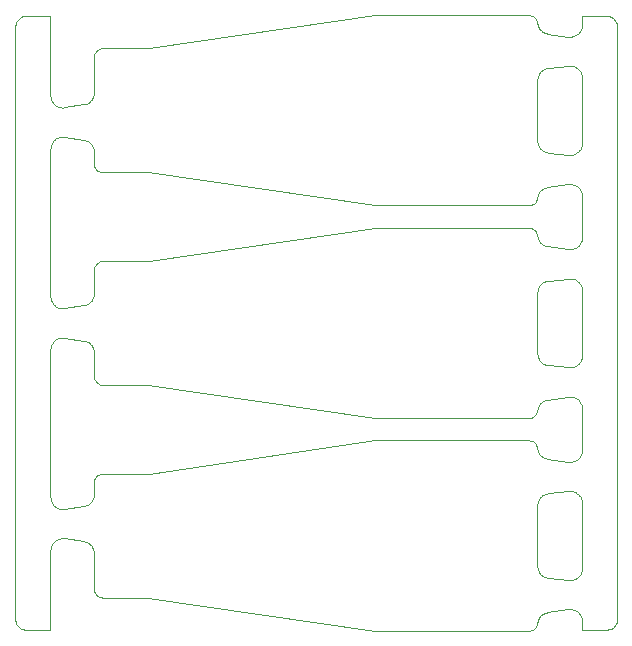
<source format=gko>
%MOIN*%
%OFA0B0*%
%FSLAX44Y44*%
%IPPOS*%
%LPD*%
%ADD10C,0*%
D10*
X00018897Y00004237D02*
X00018897Y00004237D01*
X00018897Y00002061D01*
X00018896Y00002028D01*
X00018892Y00001995D01*
X00018885Y00001963D01*
X00018875Y00001931D01*
X00018863Y00001901D01*
X00018848Y00001871D01*
X00018831Y00001843D01*
X00018812Y00001816D01*
X00018790Y00001791D01*
X00018767Y00001768D01*
X00018741Y00001747D01*
X00018714Y00001729D01*
X00018686Y00001712D01*
X00018656Y00001698D01*
X00018625Y00001687D01*
X00018593Y00001678D01*
X00018561Y00001671D01*
X00018528Y00001668D01*
X00018495Y00001667D01*
X00018462Y00001669D01*
X00017765Y00001743D01*
X00017737Y00001747D01*
X00017709Y00001753D01*
X00017681Y00001761D01*
X00017654Y00001771D01*
X00017628Y00001783D01*
X00017603Y00001797D01*
X00017579Y00001813D01*
X00017556Y00001831D01*
X00017534Y00001850D01*
X00017514Y00001871D01*
X00017495Y00001893D01*
X00017479Y00001916D01*
X00017464Y00001941D01*
X00017450Y00001967D01*
X00017439Y00001993D01*
X00017430Y00002020D01*
X00017422Y00002048D01*
X00017417Y00002077D01*
X00017414Y00002105D01*
X00017413Y00002134D01*
X00017413Y00004164D01*
X00017414Y00004193D01*
X00017417Y00004221D01*
X00017422Y00004250D01*
X00017430Y00004278D01*
X00017439Y00004305D01*
X00017450Y00004332D01*
X00017464Y00004357D01*
X00017479Y00004382D01*
X00017495Y00004405D01*
X00017514Y00004427D01*
X00017534Y00004448D01*
X00017556Y00004467D01*
X00017579Y00004485D01*
X00017603Y00004501D01*
X00017628Y00004515D01*
X00017654Y00004527D01*
X00017681Y00004537D01*
X00017709Y00004545D01*
X00017737Y00004551D01*
X00017765Y00004556D01*
X00018462Y00004629D01*
X00018495Y00004631D01*
X00018528Y00004630D01*
X00018561Y00004627D01*
X00018593Y00004621D01*
X00018625Y00004612D01*
X00018656Y00004600D01*
X00018686Y00004586D01*
X00018714Y00004570D01*
X00018741Y00004551D01*
X00018767Y00004530D01*
X00018790Y00004507D01*
X00018812Y00004482D01*
X00018831Y00004455D01*
X00018848Y00004427D01*
X00018863Y00004397D01*
X00018875Y00004367D01*
X00018885Y00004335D01*
X00018892Y00004303D01*
X00018896Y00004270D01*
X00018897Y00004237D01*
X00017409Y00020242D02*
X00017409Y00020242D01*
X00017409Y00020243D01*
X00017398Y00020288D01*
X00017381Y00020330D01*
X00017356Y00020370D01*
X00017326Y00020405D01*
X00017291Y00020435D01*
X00017252Y00020459D01*
X00017209Y00020477D01*
X00017164Y00020488D01*
X00017118Y00020492D01*
X00011988Y00020492D01*
X00004448Y00019389D01*
X00002923Y00019389D01*
X00002877Y00019386D01*
X00002831Y00019375D01*
X00002789Y00019357D01*
X00002749Y00019333D01*
X00002714Y00019303D01*
X00002684Y00019268D01*
X00002660Y00019228D01*
X00002642Y00019185D01*
X00002631Y00019140D01*
X00002627Y00019094D01*
X00002627Y00017908D01*
X00002626Y00017881D01*
X00002623Y00017853D01*
X00002619Y00017825D01*
X00002612Y00017798D01*
X00002603Y00017772D01*
X00002592Y00017746D01*
X00002580Y00017721D01*
X00002566Y00017697D01*
X00002550Y00017674D01*
X00002532Y00017652D01*
X00002513Y00017631D01*
X00002493Y00017612D01*
X00002471Y00017594D01*
X00002448Y00017578D01*
X00002424Y00017564D01*
X00002399Y00017551D01*
X00002374Y00017540D01*
X00002347Y00017531D01*
X00002320Y00017524D01*
X00002293Y00017519D01*
X00001633Y00017420D01*
X00001599Y00017416D01*
X00001566Y00017415D01*
X00001532Y00017418D01*
X00001498Y00017423D01*
X00001465Y00017431D01*
X00001433Y00017441D01*
X00001402Y00017455D01*
X00001372Y00017471D01*
X00001344Y00017490D01*
X00001318Y00017511D01*
X00001293Y00017534D01*
X00001270Y00017559D01*
X00001250Y00017586D01*
X00001232Y00017615D01*
X00001216Y00017645D01*
X00001204Y00017676D01*
X00001194Y00017708D01*
X00001186Y00017742D01*
X00001182Y00017775D01*
X00001181Y00017809D01*
X00001181Y00020472D01*
X00000393Y00020472D01*
X00000332Y00020467D01*
X00000272Y00020453D01*
X00000214Y00020429D01*
X00000162Y00020397D01*
X00000115Y00020357D01*
X00000075Y00020310D01*
X00000042Y00020257D01*
X00000019Y00020200D01*
X00000004Y00020140D01*
X00000000Y00020078D01*
X00000000Y00000393D01*
X00000004Y00000332D01*
X00000019Y00000272D01*
X00000042Y00000214D01*
X00000075Y00000162D01*
X00000115Y00000115D01*
X00000162Y00000075D01*
X00000214Y00000042D01*
X00000272Y00000019D01*
X00000332Y00000004D01*
X00000393Y00000000D01*
X00001181Y00000000D01*
X00001181Y00002662D01*
X00001182Y00002696D01*
X00001186Y00002730D01*
X00001194Y00002763D01*
X00001204Y00002795D01*
X00001216Y00002827D01*
X00001232Y00002857D01*
X00001250Y00002885D01*
X00001270Y00002913D01*
X00001293Y00002938D01*
X00001318Y00002961D01*
X00001344Y00002982D01*
X00001372Y00003000D01*
X00001402Y00003017D01*
X00001433Y00003030D01*
X00001465Y00003041D01*
X00001498Y00003049D01*
X00001532Y00003054D01*
X00001566Y00003056D01*
X00001599Y00003055D01*
X00001633Y00003052D01*
X00002293Y00002952D01*
X00002320Y00002947D01*
X00002347Y00002940D01*
X00002374Y00002931D01*
X00002399Y00002920D01*
X00002424Y00002907D01*
X00002448Y00002893D01*
X00002471Y00002877D01*
X00002493Y00002859D01*
X00002513Y00002840D01*
X00002532Y00002820D01*
X00002550Y00002798D01*
X00002566Y00002775D01*
X00002580Y00002751D01*
X00002592Y00002726D01*
X00002603Y00002700D01*
X00002612Y00002673D01*
X00002619Y00002646D01*
X00002623Y00002619D01*
X00002626Y00002591D01*
X00002627Y00002563D01*
X00002627Y00001377D01*
X00002631Y00001331D01*
X00002642Y00001286D01*
X00002660Y00001243D01*
X00002684Y00001204D01*
X00002714Y00001169D01*
X00002749Y00001139D01*
X00002789Y00001114D01*
X00002831Y00001097D01*
X00002877Y00001086D01*
X00002923Y00001082D01*
X00004438Y00001082D01*
X00012007Y-00000019D01*
X00017118Y-00000019D01*
X00017164Y-00000016D01*
X00017209Y-00000005D01*
X00017252Y00000012D01*
X00017291Y00000036D01*
X00017326Y00000066D01*
X00017356Y00000102D01*
X00017381Y00000141D01*
X00017398Y00000184D01*
X00017409Y00000229D01*
X00017409Y00000230D01*
X00017409Y00000230D01*
X00017412Y00000256D01*
X00017417Y00000282D01*
X00017424Y00000308D01*
X00017432Y00000333D01*
X00017442Y00000358D01*
X00017453Y00000382D01*
X00017466Y00000405D01*
X00017481Y00000427D01*
X00017497Y00000448D01*
X00017514Y00000468D01*
X00017533Y00000487D01*
X00017553Y00000504D01*
X00017574Y00000520D01*
X00017597Y00000535D01*
X00017620Y00000548D01*
X00017644Y00000559D01*
X00017668Y00000569D01*
X00017694Y00000577D01*
X00017719Y00000584D01*
X00017745Y00000588D01*
X00018447Y00000690D01*
X00018481Y00000693D01*
X00018514Y00000694D01*
X00018548Y00000691D01*
X00018581Y00000686D01*
X00018614Y00000678D01*
X00018646Y00000667D01*
X00018677Y00000654D01*
X00018707Y00000638D01*
X00018735Y00000619D01*
X00018761Y00000598D01*
X00018786Y00000575D01*
X00018808Y00000550D01*
X00018828Y00000523D01*
X00018846Y00000494D01*
X00018862Y00000464D01*
X00018874Y00000433D01*
X00018884Y00000400D01*
X00018891Y00000367D01*
X00018896Y00000334D01*
X00018897Y00000300D01*
X00018897Y00000300D01*
X00018897Y00000000D01*
X00019685Y00000000D01*
X00019746Y00000004D01*
X00019806Y00000019D01*
X00019863Y00000042D01*
X00019916Y00000075D01*
X00019963Y00000115D01*
X00020003Y00000162D01*
X00020035Y00000214D01*
X00020059Y00000272D01*
X00020073Y00000332D01*
X00020078Y00000393D01*
X00020078Y00020078D01*
X00020073Y00020140D01*
X00020059Y00020200D01*
X00020035Y00020257D01*
X00020003Y00020310D01*
X00019963Y00020357D01*
X00019916Y00020397D01*
X00019863Y00020429D01*
X00019806Y00020453D01*
X00019746Y00020467D01*
X00019685Y00020472D01*
X00018897Y00020472D01*
X00018897Y00020171D01*
X00018896Y00020137D01*
X00018891Y00020104D01*
X00018884Y00020071D01*
X00018874Y00020039D01*
X00018862Y00020008D01*
X00018846Y00019977D01*
X00018828Y00019949D01*
X00018808Y00019922D01*
X00018786Y00019897D01*
X00018761Y00019874D01*
X00018735Y00019853D01*
X00018707Y00019834D01*
X00018677Y00019818D01*
X00018646Y00019804D01*
X00018614Y00019793D01*
X00018581Y00019785D01*
X00018548Y00019780D01*
X00018514Y00019778D01*
X00018481Y00019778D01*
X00018447Y00019782D01*
X00017745Y00019883D01*
X00017719Y00019888D01*
X00017694Y00019894D01*
X00017668Y00019902D01*
X00017644Y00019912D01*
X00017620Y00019924D01*
X00017597Y00019937D01*
X00017574Y00019951D01*
X00017553Y00019967D01*
X00017533Y00019985D01*
X00017514Y00020004D01*
X00017497Y00020024D01*
X00017481Y00020045D01*
X00017466Y00020067D01*
X00017453Y00020090D01*
X00017442Y00020114D01*
X00017432Y00020138D01*
X00017424Y00020164D01*
X00017417Y00020189D01*
X00017412Y00020215D01*
X00017409Y00020242D01*
X00018897Y00005998D02*
X00018897Y00005998D01*
X00018896Y00005964D01*
X00018891Y00005931D01*
X00018884Y00005898D01*
X00018874Y00005866D01*
X00018862Y00005834D01*
X00018846Y00005804D01*
X00018828Y00005776D01*
X00018808Y00005749D01*
X00018786Y00005723D01*
X00018761Y00005700D01*
X00018735Y00005679D01*
X00018707Y00005661D01*
X00018677Y00005645D01*
X00018646Y00005631D01*
X00018614Y00005620D01*
X00018581Y00005612D01*
X00018548Y00005607D01*
X00018514Y00005604D01*
X00018481Y00005605D01*
X00018447Y00005608D01*
X00017745Y00005710D01*
X00017719Y00005715D01*
X00017694Y00005721D01*
X00017668Y00005729D01*
X00017644Y00005739D01*
X00017620Y00005750D01*
X00017597Y00005763D01*
X00017574Y00005778D01*
X00017553Y00005794D01*
X00017533Y00005812D01*
X00017514Y00005830D01*
X00017497Y00005850D01*
X00017481Y00005871D01*
X00017466Y00005894D01*
X00017453Y00005917D01*
X00017442Y00005941D01*
X00017432Y00005965D01*
X00017424Y00005990D01*
X00017417Y00006016D01*
X00017412Y00006042D01*
X00017409Y00006069D01*
X00017409Y00006069D01*
X00017398Y00006114D01*
X00017381Y00006157D01*
X00017356Y00006197D01*
X00017326Y00006232D01*
X00017291Y00006262D01*
X00017252Y00006286D01*
X00017209Y00006304D01*
X00017164Y00006315D01*
X00017118Y00006318D01*
X00011988Y00006318D01*
X00004448Y00005216D01*
X00002923Y00005216D01*
X00002877Y00005212D01*
X00002831Y00005202D01*
X00002789Y00005184D01*
X00002749Y00005160D01*
X00002714Y00005130D01*
X00002684Y00005094D01*
X00002660Y00005055D01*
X00002642Y00005012D01*
X00002631Y00004967D01*
X00002627Y00004921D01*
X00002627Y00004523D01*
X00002626Y00004495D01*
X00002623Y00004467D01*
X00002619Y00004439D01*
X00002612Y00004412D01*
X00002603Y00004386D01*
X00002592Y00004360D01*
X00002580Y00004335D01*
X00002566Y00004311D01*
X00002550Y00004288D01*
X00002532Y00004266D01*
X00002513Y00004245D01*
X00002493Y00004226D01*
X00002471Y00004209D01*
X00002448Y00004193D01*
X00002424Y00004178D01*
X00002399Y00004165D01*
X00002374Y00004155D01*
X00002347Y00004146D01*
X00002320Y00004139D01*
X00002293Y00004133D01*
X00001633Y00004034D01*
X00001599Y00004030D01*
X00001566Y00004030D01*
X00001532Y00004032D01*
X00001498Y00004037D01*
X00001465Y00004045D01*
X00001433Y00004056D01*
X00001402Y00004069D01*
X00001372Y00004085D01*
X00001344Y00004104D01*
X00001318Y00004125D01*
X00001293Y00004148D01*
X00001270Y00004173D01*
X00001250Y00004200D01*
X00001232Y00004229D01*
X00001216Y00004259D01*
X00001204Y00004290D01*
X00001194Y00004323D01*
X00001186Y00004356D01*
X00001182Y00004389D01*
X00001181Y00004423D01*
X00001181Y00009355D01*
X00001182Y00009389D01*
X00001186Y00009423D01*
X00001194Y00009456D01*
X00001204Y00009488D01*
X00001216Y00009520D01*
X00001232Y00009550D01*
X00001250Y00009578D01*
X00001270Y00009605D01*
X00001293Y00009631D01*
X00001318Y00009654D01*
X00001344Y00009675D01*
X00001372Y00009693D01*
X00001402Y00009709D01*
X00001433Y00009723D01*
X00001465Y00009734D01*
X00001498Y00009742D01*
X00001532Y00009747D01*
X00001566Y00009749D01*
X00001599Y00009748D01*
X00001633Y00009745D01*
X00002293Y00009645D01*
X00002320Y00009640D01*
X00002347Y00009633D01*
X00002374Y00009624D01*
X00002399Y00009613D01*
X00002424Y00009600D01*
X00002448Y00009586D01*
X00002471Y00009570D01*
X00002493Y00009552D01*
X00002513Y00009533D01*
X00002532Y00009513D01*
X00002550Y00009491D01*
X00002566Y00009468D01*
X00002580Y00009444D01*
X00002592Y00009419D01*
X00002603Y00009393D01*
X00002612Y00009366D01*
X00002619Y00009339D01*
X00002623Y00009312D01*
X00002626Y00009284D01*
X00002627Y00009256D01*
X00002627Y00008464D01*
X00002631Y00008418D01*
X00002642Y00008373D01*
X00002660Y00008330D01*
X00002684Y00008291D01*
X00002714Y00008255D01*
X00002749Y00008225D01*
X00002789Y00008201D01*
X00002831Y00008183D01*
X00002877Y00008172D01*
X00002923Y00008169D01*
X00004438Y00008169D01*
X00012007Y00007066D01*
X00017118Y00007066D01*
X00017164Y00007070D01*
X00017209Y00007081D01*
X00017252Y00007099D01*
X00017291Y00007123D01*
X00017326Y00007153D01*
X00017356Y00007188D01*
X00017381Y00007228D01*
X00017398Y00007270D01*
X00017409Y00007316D01*
X00017409Y00007316D01*
X00017412Y00007343D01*
X00017417Y00007369D01*
X00017424Y00007394D01*
X00017432Y00007420D01*
X00017442Y00007444D01*
X00017453Y00007468D01*
X00017466Y00007491D01*
X00017481Y00007513D01*
X00017497Y00007535D01*
X00017514Y00007555D01*
X00017533Y00007573D01*
X00017553Y00007591D01*
X00017574Y00007607D01*
X00017597Y00007621D01*
X00017620Y00007634D01*
X00017644Y00007646D01*
X00017668Y00007656D01*
X00017694Y00007664D01*
X00017719Y00007670D01*
X00017745Y00007675D01*
X00018447Y00007777D01*
X00018481Y00007780D01*
X00018514Y00007780D01*
X00018548Y00007778D01*
X00018581Y00007773D01*
X00018614Y00007765D01*
X00018646Y00007754D01*
X00018677Y00007740D01*
X00018707Y00007724D01*
X00018735Y00007706D01*
X00018761Y00007685D01*
X00018786Y00007661D01*
X00018808Y00007636D01*
X00018828Y00007609D01*
X00018846Y00007581D01*
X00018862Y00007551D01*
X00018874Y00007519D01*
X00018884Y00007487D01*
X00018891Y00007454D01*
X00018896Y00007421D01*
X00018897Y00007387D01*
X00018897Y00005998D01*
X00017413Y00011251D02*
X00017413Y00011251D01*
X00017414Y00011279D01*
X00017417Y00011308D01*
X00017422Y00011336D01*
X00017430Y00011364D01*
X00017439Y00011392D01*
X00017450Y00011418D01*
X00017464Y00011444D01*
X00017479Y00011468D01*
X00017495Y00011492D01*
X00017514Y00011514D01*
X00017534Y00011535D01*
X00017556Y00011554D01*
X00017579Y00011572D01*
X00017603Y00011587D01*
X00017628Y00011601D01*
X00017654Y00011614D01*
X00017681Y00011624D01*
X00017709Y00011632D01*
X00017737Y00011638D01*
X00017765Y00011642D01*
X00018462Y00011715D01*
X00018495Y00011717D01*
X00018528Y00011717D01*
X00018561Y00011713D01*
X00018593Y00011707D01*
X00018625Y00011698D01*
X00018656Y00011687D01*
X00018686Y00011673D01*
X00018714Y00011656D01*
X00018741Y00011637D01*
X00018767Y00011616D01*
X00018790Y00011593D01*
X00018812Y00011568D01*
X00018831Y00011542D01*
X00018848Y00011514D01*
X00018863Y00011484D01*
X00018875Y00011453D01*
X00018885Y00011422D01*
X00018892Y00011390D01*
X00018896Y00011357D01*
X00018897Y00011324D01*
X00018897Y00009148D01*
X00018896Y00009115D01*
X00018892Y00009082D01*
X00018885Y00009050D01*
X00018875Y00009018D01*
X00018863Y00008987D01*
X00018848Y00008958D01*
X00018831Y00008930D01*
X00018812Y00008903D01*
X00018790Y00008878D01*
X00018767Y00008855D01*
X00018741Y00008834D01*
X00018714Y00008815D01*
X00018686Y00008799D01*
X00018656Y00008785D01*
X00018625Y00008773D01*
X00018593Y00008764D01*
X00018561Y00008758D01*
X00018528Y00008755D01*
X00018495Y00008754D01*
X00018462Y00008756D01*
X00017765Y00008829D01*
X00017737Y00008833D01*
X00017709Y00008840D01*
X00017681Y00008848D01*
X00017654Y00008858D01*
X00017628Y00008870D01*
X00017603Y00008884D01*
X00017579Y00008900D01*
X00017556Y00008917D01*
X00017534Y00008937D01*
X00017514Y00008957D01*
X00017495Y00008980D01*
X00017479Y00009003D01*
X00017464Y00009028D01*
X00017450Y00009053D01*
X00017439Y00009080D01*
X00017430Y00009107D01*
X00017422Y00009135D01*
X00017417Y00009163D01*
X00017414Y00009192D01*
X00017413Y00009221D01*
X00017413Y00011251D01*
X00017413Y00018337D02*
X00017413Y00018337D01*
X00017414Y00018366D01*
X00017417Y00018395D01*
X00017422Y00018423D01*
X00017430Y00018451D01*
X00017439Y00018478D01*
X00017450Y00018505D01*
X00017464Y00018530D01*
X00017479Y00018555D01*
X00017495Y00018579D01*
X00017514Y00018601D01*
X00017534Y00018621D01*
X00017556Y00018641D01*
X00017579Y00018658D01*
X00017603Y00018674D01*
X00017628Y00018688D01*
X00017654Y00018700D01*
X00017681Y00018710D01*
X00017709Y00018719D01*
X00017737Y00018725D01*
X00017765Y00018729D01*
X00018462Y00018802D01*
X00018495Y00018804D01*
X00018528Y00018803D01*
X00018561Y00018800D01*
X00018593Y00018794D01*
X00018625Y00018785D01*
X00018656Y00018773D01*
X00018686Y00018759D01*
X00018714Y00018743D01*
X00018741Y00018724D01*
X00018767Y00018703D01*
X00018790Y00018680D01*
X00018812Y00018655D01*
X00018831Y00018628D01*
X00018848Y00018600D01*
X00018863Y00018571D01*
X00018875Y00018540D01*
X00018885Y00018508D01*
X00018892Y00018476D01*
X00018896Y00018443D01*
X00018897Y00018410D01*
X00018897Y00016234D01*
X00018896Y00016201D01*
X00018892Y00016169D01*
X00018885Y00016136D01*
X00018875Y00016105D01*
X00018863Y00016074D01*
X00018848Y00016044D01*
X00018831Y00016016D01*
X00018812Y00015990D01*
X00018790Y00015965D01*
X00018767Y00015942D01*
X00018741Y00015921D01*
X00018714Y00015902D01*
X00018686Y00015885D01*
X00018656Y00015871D01*
X00018625Y00015860D01*
X00018593Y00015851D01*
X00018561Y00015845D01*
X00018528Y00015841D01*
X00018495Y00015841D01*
X00018462Y00015843D01*
X00017765Y00015916D01*
X00017737Y00015920D01*
X00017709Y00015926D01*
X00017681Y00015934D01*
X00017654Y00015945D01*
X00017628Y00015957D01*
X00017603Y00015971D01*
X00017579Y00015987D01*
X00017556Y00016004D01*
X00017534Y00016023D01*
X00017514Y00016044D01*
X00017495Y00016066D01*
X00017479Y00016090D01*
X00017464Y00016114D01*
X00017450Y00016140D01*
X00017439Y00016166D01*
X00017430Y00016194D01*
X00017422Y00016222D01*
X00017417Y00016250D01*
X00017414Y00016279D01*
X00017413Y00016307D01*
X00017413Y00018337D01*
X00001181Y00016048D02*
X00001181Y00016048D01*
X00001182Y00016082D01*
X00001186Y00016116D01*
X00001194Y00016149D01*
X00001204Y00016181D01*
X00001216Y00016212D01*
X00001232Y00016243D01*
X00001250Y00016271D01*
X00001270Y00016298D01*
X00001293Y00016324D01*
X00001318Y00016347D01*
X00001344Y00016368D01*
X00001372Y00016386D01*
X00001402Y00016402D01*
X00001433Y00016416D01*
X00001465Y00016427D01*
X00001498Y00016435D01*
X00001532Y00016440D01*
X00001566Y00016442D01*
X00001599Y00016441D01*
X00001633Y00016438D01*
X00002293Y00016338D01*
X00002320Y00016333D01*
X00002347Y00016326D01*
X00002374Y00016317D01*
X00002399Y00016306D01*
X00002424Y00016293D01*
X00002448Y00016279D01*
X00002471Y00016263D01*
X00002493Y00016245D01*
X00002513Y00016226D01*
X00002532Y00016206D01*
X00002550Y00016184D01*
X00002566Y00016161D01*
X00002580Y00016137D01*
X00002592Y00016112D01*
X00002603Y00016086D01*
X00002612Y00016059D01*
X00002619Y00016032D01*
X00002623Y00016005D01*
X00002626Y00015977D01*
X00002627Y00015949D01*
X00002627Y00015551D01*
X00002631Y00015504D01*
X00002642Y00015459D01*
X00002660Y00015417D01*
X00002684Y00015377D01*
X00002714Y00015342D01*
X00002749Y00015312D01*
X00002789Y00015288D01*
X00002831Y00015270D01*
X00002877Y00015259D01*
X00002923Y00015255D01*
X00004438Y00015255D01*
X00012007Y00014153D01*
X00017118Y00014153D01*
X00017164Y00014157D01*
X00017209Y00014167D01*
X00017252Y00014185D01*
X00017291Y00014209D01*
X00017326Y00014240D01*
X00017356Y00014275D01*
X00017381Y00014314D01*
X00017398Y00014357D01*
X00017409Y00014402D01*
X00017409Y00014403D01*
X00017412Y00014429D01*
X00017417Y00014455D01*
X00017424Y00014481D01*
X00017432Y00014506D01*
X00017442Y00014531D01*
X00017453Y00014555D01*
X00017466Y00014578D01*
X00017481Y00014600D01*
X00017497Y00014621D01*
X00017514Y00014641D01*
X00017533Y00014660D01*
X00017553Y00014677D01*
X00017574Y00014693D01*
X00017597Y00014708D01*
X00017620Y00014721D01*
X00017644Y00014732D01*
X00017668Y00014742D01*
X00017694Y00014750D01*
X00017719Y00014757D01*
X00017745Y00014762D01*
X00018447Y00014863D01*
X00018481Y00014867D01*
X00018514Y00014867D01*
X00018548Y00014865D01*
X00018581Y00014859D01*
X00018614Y00014851D01*
X00018646Y00014840D01*
X00018677Y00014827D01*
X00018707Y00014811D01*
X00018735Y00014792D01*
X00018761Y00014771D01*
X00018786Y00014748D01*
X00018808Y00014723D01*
X00018828Y00014696D01*
X00018846Y00014667D01*
X00018862Y00014637D01*
X00018874Y00014606D01*
X00018884Y00014574D01*
X00018891Y00014541D01*
X00018896Y00014507D01*
X00018897Y00014473D01*
X00018897Y00013085D01*
X00018896Y00013051D01*
X00018891Y00013017D01*
X00018884Y00012984D01*
X00018874Y00012952D01*
X00018862Y00012921D01*
X00018846Y00012891D01*
X00018828Y00012862D01*
X00018808Y00012835D01*
X00018786Y00012810D01*
X00018761Y00012787D01*
X00018735Y00012766D01*
X00018707Y00012747D01*
X00018677Y00012731D01*
X00018646Y00012718D01*
X00018614Y00012707D01*
X00018581Y00012699D01*
X00018548Y00012693D01*
X00018514Y00012691D01*
X00018481Y00012692D01*
X00018447Y00012695D01*
X00017745Y00012796D01*
X00017719Y00012801D01*
X00017694Y00012808D01*
X00017668Y00012816D01*
X00017644Y00012826D01*
X00017620Y00012837D01*
X00017597Y00012850D01*
X00017574Y00012865D01*
X00017553Y00012881D01*
X00017533Y00012898D01*
X00017514Y00012917D01*
X00017497Y00012937D01*
X00017481Y00012958D01*
X00017466Y00012980D01*
X00017453Y00013003D01*
X00017442Y00013027D01*
X00017432Y00013052D01*
X00017424Y00013077D01*
X00017417Y00013103D01*
X00017412Y00013129D01*
X00017409Y00013155D01*
X00017409Y00013156D01*
X00017398Y00013201D01*
X00017381Y00013244D01*
X00017356Y00013283D01*
X00017326Y00013319D01*
X00017291Y00013349D01*
X00017252Y00013373D01*
X00017209Y00013391D01*
X00017164Y00013401D01*
X00017118Y00013405D01*
X00011988Y00013405D01*
X00004448Y00012303D01*
X00002923Y00012303D01*
X00002877Y00012299D01*
X00002831Y00012288D01*
X00002789Y00012270D01*
X00002749Y00012246D01*
X00002714Y00012216D01*
X00002684Y00012181D01*
X00002660Y00012141D01*
X00002642Y00012099D01*
X00002631Y00012054D01*
X00002627Y00012007D01*
X00002627Y00011216D01*
X00002626Y00011188D01*
X00002623Y00011160D01*
X00002619Y00011132D01*
X00002612Y00011105D01*
X00002603Y00011079D01*
X00002592Y00011053D01*
X00002580Y00011028D01*
X00002566Y00011004D01*
X00002550Y00010981D01*
X00002532Y00010959D01*
X00002513Y00010938D01*
X00002493Y00010919D01*
X00002471Y00010901D01*
X00002448Y00010885D01*
X00002424Y00010871D01*
X00002399Y00010858D01*
X00002374Y00010848D01*
X00002347Y00010839D01*
X00002320Y00010831D01*
X00002293Y00010826D01*
X00001633Y00010727D01*
X00001599Y00010723D01*
X00001566Y00010722D01*
X00001532Y00010725D01*
X00001498Y00010730D01*
X00001465Y00010738D01*
X00001433Y00010748D01*
X00001402Y00010762D01*
X00001372Y00010778D01*
X00001344Y00010797D01*
X00001318Y00010818D01*
X00001293Y00010841D01*
X00001270Y00010866D01*
X00001250Y00010893D01*
X00001232Y00010922D01*
X00001216Y00010952D01*
X00001204Y00010983D01*
X00001194Y00011016D01*
X00001186Y00011049D01*
X00001182Y00011082D01*
X00001181Y00011116D01*
X00001181Y00016048D01*
M02*
</source>
